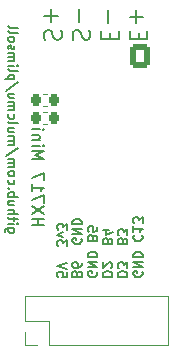
<source format=gbr>
%TF.GenerationSoftware,KiCad,Pcbnew,9.0.6*%
%TF.CreationDate,2025-12-29T21:28:49-05:00*%
%TF.ProjectId,plimsoll,706c696d-736f-46c6-9c2e-6b696361645f,rev?*%
%TF.SameCoordinates,Original*%
%TF.FileFunction,Legend,Bot*%
%TF.FilePolarity,Positive*%
%FSLAX46Y46*%
G04 Gerber Fmt 4.6, Leading zero omitted, Abs format (unit mm)*
G04 Created by KiCad (PCBNEW 9.0.6) date 2025-12-29 21:28:49*
%MOMM*%
%LPD*%
G01*
G04 APERTURE LIST*
G04 Aperture macros list*
%AMRoundRect*
0 Rectangle with rounded corners*
0 $1 Rounding radius*
0 $2 $3 $4 $5 $6 $7 $8 $9 X,Y pos of 4 corners*
0 Add a 4 corners polygon primitive as box body*
4,1,4,$2,$3,$4,$5,$6,$7,$8,$9,$2,$3,0*
0 Add four circle primitives for the rounded corners*
1,1,$1+$1,$2,$3*
1,1,$1+$1,$4,$5*
1,1,$1+$1,$6,$7*
1,1,$1+$1,$8,$9*
0 Add four rect primitives between the rounded corners*
20,1,$1+$1,$2,$3,$4,$5,0*
20,1,$1+$1,$4,$5,$6,$7,0*
20,1,$1+$1,$6,$7,$8,$9,0*
20,1,$1+$1,$8,$9,$2,$3,0*%
G04 Aperture macros list end*
%ADD10C,0.187500*%
%ADD11C,0.150000*%
%ADD12C,0.200000*%
%ADD13C,0.160000*%
%ADD14C,0.120000*%
%ADD15RoundRect,0.250000X0.600000X0.725000X-0.600000X0.725000X-0.600000X-0.725000X0.600000X-0.725000X0*%
%ADD16O,1.700000X1.950000*%
%ADD17C,3.200000*%
%ADD18RoundRect,0.225000X-0.225000X-0.250000X0.225000X-0.250000X0.225000X0.250000X-0.225000X0.250000X0*%
%ADD19R,1.350000X1.350000*%
%ADD20C,1.350000*%
G04 APERTURE END LIST*
D10*
X38073783Y-22669502D02*
X38073783Y-22169502D01*
X37288069Y-21955216D02*
X37288069Y-22669502D01*
X37288069Y-22669502D02*
X38788069Y-22669502D01*
X38788069Y-22669502D02*
X38788069Y-21955216D01*
X37859498Y-21312359D02*
X37859498Y-20169502D01*
X37288069Y-20740930D02*
X38430926Y-20740930D01*
X35658867Y-22669502D02*
X35658867Y-22169502D01*
X34873153Y-21955216D02*
X34873153Y-22669502D01*
X34873153Y-22669502D02*
X36373153Y-22669502D01*
X36373153Y-22669502D02*
X36373153Y-21955216D01*
X35444582Y-21312359D02*
X35444582Y-20169502D01*
X32529666Y-22740930D02*
X32458237Y-22526645D01*
X32458237Y-22526645D02*
X32458237Y-22169502D01*
X32458237Y-22169502D02*
X32529666Y-22026645D01*
X32529666Y-22026645D02*
X32601094Y-21955216D01*
X32601094Y-21955216D02*
X32743951Y-21883787D01*
X32743951Y-21883787D02*
X32886808Y-21883787D01*
X32886808Y-21883787D02*
X33029666Y-21955216D01*
X33029666Y-21955216D02*
X33101094Y-22026645D01*
X33101094Y-22026645D02*
X33172523Y-22169502D01*
X33172523Y-22169502D02*
X33243951Y-22455216D01*
X33243951Y-22455216D02*
X33315380Y-22598073D01*
X33315380Y-22598073D02*
X33386808Y-22669502D01*
X33386808Y-22669502D02*
X33529666Y-22740930D01*
X33529666Y-22740930D02*
X33672523Y-22740930D01*
X33672523Y-22740930D02*
X33815380Y-22669502D01*
X33815380Y-22669502D02*
X33886808Y-22598073D01*
X33886808Y-22598073D02*
X33958237Y-22455216D01*
X33958237Y-22455216D02*
X33958237Y-22098073D01*
X33958237Y-22098073D02*
X33886808Y-21883787D01*
X33029666Y-21240931D02*
X33029666Y-20098074D01*
X30114750Y-22740930D02*
X30043321Y-22526645D01*
X30043321Y-22526645D02*
X30043321Y-22169502D01*
X30043321Y-22169502D02*
X30114750Y-22026645D01*
X30114750Y-22026645D02*
X30186178Y-21955216D01*
X30186178Y-21955216D02*
X30329035Y-21883787D01*
X30329035Y-21883787D02*
X30471892Y-21883787D01*
X30471892Y-21883787D02*
X30614750Y-21955216D01*
X30614750Y-21955216D02*
X30686178Y-22026645D01*
X30686178Y-22026645D02*
X30757607Y-22169502D01*
X30757607Y-22169502D02*
X30829035Y-22455216D01*
X30829035Y-22455216D02*
X30900464Y-22598073D01*
X30900464Y-22598073D02*
X30971892Y-22669502D01*
X30971892Y-22669502D02*
X31114750Y-22740930D01*
X31114750Y-22740930D02*
X31257607Y-22740930D01*
X31257607Y-22740930D02*
X31400464Y-22669502D01*
X31400464Y-22669502D02*
X31471892Y-22598073D01*
X31471892Y-22598073D02*
X31543321Y-22455216D01*
X31543321Y-22455216D02*
X31543321Y-22098073D01*
X31543321Y-22098073D02*
X31471892Y-21883787D01*
X30614750Y-21240931D02*
X30614750Y-20098074D01*
X30043321Y-20669502D02*
X31186178Y-20669502D01*
D11*
X27539038Y-38667982D02*
X26891419Y-38667982D01*
X26891419Y-38667982D02*
X26815228Y-38706077D01*
X26815228Y-38706077D02*
X26777133Y-38744173D01*
X26777133Y-38744173D02*
X26739038Y-38820363D01*
X26739038Y-38820363D02*
X26739038Y-38934649D01*
X26739038Y-38934649D02*
X26777133Y-39010839D01*
X27043800Y-38667982D02*
X27005704Y-38744173D01*
X27005704Y-38744173D02*
X27005704Y-38896554D01*
X27005704Y-38896554D02*
X27043800Y-38972744D01*
X27043800Y-38972744D02*
X27081895Y-39010839D01*
X27081895Y-39010839D02*
X27158085Y-39048935D01*
X27158085Y-39048935D02*
X27386657Y-39048935D01*
X27386657Y-39048935D02*
X27462847Y-39010839D01*
X27462847Y-39010839D02*
X27500942Y-38972744D01*
X27500942Y-38972744D02*
X27539038Y-38896554D01*
X27539038Y-38896554D02*
X27539038Y-38744173D01*
X27539038Y-38744173D02*
X27500942Y-38667982D01*
X27005704Y-38287029D02*
X27539038Y-38287029D01*
X27805704Y-38287029D02*
X27767609Y-38325125D01*
X27767609Y-38325125D02*
X27729514Y-38287029D01*
X27729514Y-38287029D02*
X27767609Y-38248934D01*
X27767609Y-38248934D02*
X27805704Y-38287029D01*
X27805704Y-38287029D02*
X27729514Y-38287029D01*
X27539038Y-38020363D02*
X27539038Y-37715601D01*
X27805704Y-37906077D02*
X27119990Y-37906077D01*
X27119990Y-37906077D02*
X27043800Y-37867982D01*
X27043800Y-37867982D02*
X27005704Y-37791792D01*
X27005704Y-37791792D02*
X27005704Y-37715601D01*
X27005704Y-37448934D02*
X27805704Y-37448934D01*
X27005704Y-37106077D02*
X27424752Y-37106077D01*
X27424752Y-37106077D02*
X27500942Y-37144172D01*
X27500942Y-37144172D02*
X27539038Y-37220363D01*
X27539038Y-37220363D02*
X27539038Y-37334649D01*
X27539038Y-37334649D02*
X27500942Y-37410839D01*
X27500942Y-37410839D02*
X27462847Y-37448934D01*
X27539038Y-36382267D02*
X27005704Y-36382267D01*
X27539038Y-36725124D02*
X27119990Y-36725124D01*
X27119990Y-36725124D02*
X27043800Y-36687029D01*
X27043800Y-36687029D02*
X27005704Y-36610839D01*
X27005704Y-36610839D02*
X27005704Y-36496553D01*
X27005704Y-36496553D02*
X27043800Y-36420362D01*
X27043800Y-36420362D02*
X27081895Y-36382267D01*
X27005704Y-36001314D02*
X27805704Y-36001314D01*
X27500942Y-36001314D02*
X27539038Y-35925124D01*
X27539038Y-35925124D02*
X27539038Y-35772743D01*
X27539038Y-35772743D02*
X27500942Y-35696552D01*
X27500942Y-35696552D02*
X27462847Y-35658457D01*
X27462847Y-35658457D02*
X27386657Y-35620362D01*
X27386657Y-35620362D02*
X27158085Y-35620362D01*
X27158085Y-35620362D02*
X27081895Y-35658457D01*
X27081895Y-35658457D02*
X27043800Y-35696552D01*
X27043800Y-35696552D02*
X27005704Y-35772743D01*
X27005704Y-35772743D02*
X27005704Y-35925124D01*
X27005704Y-35925124D02*
X27043800Y-36001314D01*
X27081895Y-35277504D02*
X27043800Y-35239409D01*
X27043800Y-35239409D02*
X27005704Y-35277504D01*
X27005704Y-35277504D02*
X27043800Y-35315600D01*
X27043800Y-35315600D02*
X27081895Y-35277504D01*
X27081895Y-35277504D02*
X27005704Y-35277504D01*
X27043800Y-34553695D02*
X27005704Y-34629886D01*
X27005704Y-34629886D02*
X27005704Y-34782267D01*
X27005704Y-34782267D02*
X27043800Y-34858457D01*
X27043800Y-34858457D02*
X27081895Y-34896552D01*
X27081895Y-34896552D02*
X27158085Y-34934648D01*
X27158085Y-34934648D02*
X27386657Y-34934648D01*
X27386657Y-34934648D02*
X27462847Y-34896552D01*
X27462847Y-34896552D02*
X27500942Y-34858457D01*
X27500942Y-34858457D02*
X27539038Y-34782267D01*
X27539038Y-34782267D02*
X27539038Y-34629886D01*
X27539038Y-34629886D02*
X27500942Y-34553695D01*
X27005704Y-34096553D02*
X27043800Y-34172743D01*
X27043800Y-34172743D02*
X27081895Y-34210838D01*
X27081895Y-34210838D02*
X27158085Y-34248934D01*
X27158085Y-34248934D02*
X27386657Y-34248934D01*
X27386657Y-34248934D02*
X27462847Y-34210838D01*
X27462847Y-34210838D02*
X27500942Y-34172743D01*
X27500942Y-34172743D02*
X27539038Y-34096553D01*
X27539038Y-34096553D02*
X27539038Y-33982267D01*
X27539038Y-33982267D02*
X27500942Y-33906076D01*
X27500942Y-33906076D02*
X27462847Y-33867981D01*
X27462847Y-33867981D02*
X27386657Y-33829886D01*
X27386657Y-33829886D02*
X27158085Y-33829886D01*
X27158085Y-33829886D02*
X27081895Y-33867981D01*
X27081895Y-33867981D02*
X27043800Y-33906076D01*
X27043800Y-33906076D02*
X27005704Y-33982267D01*
X27005704Y-33982267D02*
X27005704Y-34096553D01*
X27005704Y-33487028D02*
X27539038Y-33487028D01*
X27462847Y-33487028D02*
X27500942Y-33448933D01*
X27500942Y-33448933D02*
X27539038Y-33372743D01*
X27539038Y-33372743D02*
X27539038Y-33258457D01*
X27539038Y-33258457D02*
X27500942Y-33182266D01*
X27500942Y-33182266D02*
X27424752Y-33144171D01*
X27424752Y-33144171D02*
X27005704Y-33144171D01*
X27424752Y-33144171D02*
X27500942Y-33106076D01*
X27500942Y-33106076D02*
X27539038Y-33029885D01*
X27539038Y-33029885D02*
X27539038Y-32915600D01*
X27539038Y-32915600D02*
X27500942Y-32839409D01*
X27500942Y-32839409D02*
X27424752Y-32801314D01*
X27424752Y-32801314D02*
X27005704Y-32801314D01*
X27843800Y-31848933D02*
X26815228Y-32534647D01*
X27005704Y-31582266D02*
X27539038Y-31582266D01*
X27462847Y-31582266D02*
X27500942Y-31544171D01*
X27500942Y-31544171D02*
X27539038Y-31467981D01*
X27539038Y-31467981D02*
X27539038Y-31353695D01*
X27539038Y-31353695D02*
X27500942Y-31277504D01*
X27500942Y-31277504D02*
X27424752Y-31239409D01*
X27424752Y-31239409D02*
X27005704Y-31239409D01*
X27424752Y-31239409D02*
X27500942Y-31201314D01*
X27500942Y-31201314D02*
X27539038Y-31125123D01*
X27539038Y-31125123D02*
X27539038Y-31010838D01*
X27539038Y-31010838D02*
X27500942Y-30934647D01*
X27500942Y-30934647D02*
X27424752Y-30896552D01*
X27424752Y-30896552D02*
X27005704Y-30896552D01*
X27539038Y-30172742D02*
X27005704Y-30172742D01*
X27539038Y-30515599D02*
X27119990Y-30515599D01*
X27119990Y-30515599D02*
X27043800Y-30477504D01*
X27043800Y-30477504D02*
X27005704Y-30401314D01*
X27005704Y-30401314D02*
X27005704Y-30287028D01*
X27005704Y-30287028D02*
X27043800Y-30210837D01*
X27043800Y-30210837D02*
X27081895Y-30172742D01*
X27005704Y-29677504D02*
X27043800Y-29753694D01*
X27043800Y-29753694D02*
X27119990Y-29791789D01*
X27119990Y-29791789D02*
X27805704Y-29791789D01*
X27043800Y-29029884D02*
X27005704Y-29106075D01*
X27005704Y-29106075D02*
X27005704Y-29258456D01*
X27005704Y-29258456D02*
X27043800Y-29334646D01*
X27043800Y-29334646D02*
X27081895Y-29372741D01*
X27081895Y-29372741D02*
X27158085Y-29410837D01*
X27158085Y-29410837D02*
X27386657Y-29410837D01*
X27386657Y-29410837D02*
X27462847Y-29372741D01*
X27462847Y-29372741D02*
X27500942Y-29334646D01*
X27500942Y-29334646D02*
X27539038Y-29258456D01*
X27539038Y-29258456D02*
X27539038Y-29106075D01*
X27539038Y-29106075D02*
X27500942Y-29029884D01*
X27005704Y-28687027D02*
X27539038Y-28687027D01*
X27462847Y-28687027D02*
X27500942Y-28648932D01*
X27500942Y-28648932D02*
X27539038Y-28572742D01*
X27539038Y-28572742D02*
X27539038Y-28458456D01*
X27539038Y-28458456D02*
X27500942Y-28382265D01*
X27500942Y-28382265D02*
X27424752Y-28344170D01*
X27424752Y-28344170D02*
X27005704Y-28344170D01*
X27424752Y-28344170D02*
X27500942Y-28306075D01*
X27500942Y-28306075D02*
X27539038Y-28229884D01*
X27539038Y-28229884D02*
X27539038Y-28115599D01*
X27539038Y-28115599D02*
X27500942Y-28039408D01*
X27500942Y-28039408D02*
X27424752Y-28001313D01*
X27424752Y-28001313D02*
X27005704Y-28001313D01*
X27539038Y-27277503D02*
X27005704Y-27277503D01*
X27539038Y-27620360D02*
X27119990Y-27620360D01*
X27119990Y-27620360D02*
X27043800Y-27582265D01*
X27043800Y-27582265D02*
X27005704Y-27506075D01*
X27005704Y-27506075D02*
X27005704Y-27391789D01*
X27005704Y-27391789D02*
X27043800Y-27315598D01*
X27043800Y-27315598D02*
X27081895Y-27277503D01*
X27843800Y-26325122D02*
X26815228Y-27010836D01*
X27539038Y-26058455D02*
X26739038Y-26058455D01*
X27500942Y-26058455D02*
X27539038Y-25982265D01*
X27539038Y-25982265D02*
X27539038Y-25829884D01*
X27539038Y-25829884D02*
X27500942Y-25753693D01*
X27500942Y-25753693D02*
X27462847Y-25715598D01*
X27462847Y-25715598D02*
X27386657Y-25677503D01*
X27386657Y-25677503D02*
X27158085Y-25677503D01*
X27158085Y-25677503D02*
X27081895Y-25715598D01*
X27081895Y-25715598D02*
X27043800Y-25753693D01*
X27043800Y-25753693D02*
X27005704Y-25829884D01*
X27005704Y-25829884D02*
X27005704Y-25982265D01*
X27005704Y-25982265D02*
X27043800Y-26058455D01*
X27005704Y-25220360D02*
X27043800Y-25296550D01*
X27043800Y-25296550D02*
X27119990Y-25334645D01*
X27119990Y-25334645D02*
X27805704Y-25334645D01*
X27005704Y-24915597D02*
X27539038Y-24915597D01*
X27805704Y-24915597D02*
X27767609Y-24953693D01*
X27767609Y-24953693D02*
X27729514Y-24915597D01*
X27729514Y-24915597D02*
X27767609Y-24877502D01*
X27767609Y-24877502D02*
X27805704Y-24915597D01*
X27805704Y-24915597D02*
X27729514Y-24915597D01*
X27005704Y-24534645D02*
X27539038Y-24534645D01*
X27462847Y-24534645D02*
X27500942Y-24496550D01*
X27500942Y-24496550D02*
X27539038Y-24420360D01*
X27539038Y-24420360D02*
X27539038Y-24306074D01*
X27539038Y-24306074D02*
X27500942Y-24229883D01*
X27500942Y-24229883D02*
X27424752Y-24191788D01*
X27424752Y-24191788D02*
X27005704Y-24191788D01*
X27424752Y-24191788D02*
X27500942Y-24153693D01*
X27500942Y-24153693D02*
X27539038Y-24077502D01*
X27539038Y-24077502D02*
X27539038Y-23963217D01*
X27539038Y-23963217D02*
X27500942Y-23887026D01*
X27500942Y-23887026D02*
X27424752Y-23848931D01*
X27424752Y-23848931D02*
X27005704Y-23848931D01*
X27043800Y-23506074D02*
X27005704Y-23429883D01*
X27005704Y-23429883D02*
X27005704Y-23277502D01*
X27005704Y-23277502D02*
X27043800Y-23201312D01*
X27043800Y-23201312D02*
X27119990Y-23163216D01*
X27119990Y-23163216D02*
X27158085Y-23163216D01*
X27158085Y-23163216D02*
X27234276Y-23201312D01*
X27234276Y-23201312D02*
X27272371Y-23277502D01*
X27272371Y-23277502D02*
X27272371Y-23391788D01*
X27272371Y-23391788D02*
X27310466Y-23467978D01*
X27310466Y-23467978D02*
X27386657Y-23506074D01*
X27386657Y-23506074D02*
X27424752Y-23506074D01*
X27424752Y-23506074D02*
X27500942Y-23467978D01*
X27500942Y-23467978D02*
X27539038Y-23391788D01*
X27539038Y-23391788D02*
X27539038Y-23277502D01*
X27539038Y-23277502D02*
X27500942Y-23201312D01*
X27005704Y-22706074D02*
X27043800Y-22782264D01*
X27043800Y-22782264D02*
X27081895Y-22820359D01*
X27081895Y-22820359D02*
X27158085Y-22858455D01*
X27158085Y-22858455D02*
X27386657Y-22858455D01*
X27386657Y-22858455D02*
X27462847Y-22820359D01*
X27462847Y-22820359D02*
X27500942Y-22782264D01*
X27500942Y-22782264D02*
X27539038Y-22706074D01*
X27539038Y-22706074D02*
X27539038Y-22591788D01*
X27539038Y-22591788D02*
X27500942Y-22515597D01*
X27500942Y-22515597D02*
X27462847Y-22477502D01*
X27462847Y-22477502D02*
X27386657Y-22439407D01*
X27386657Y-22439407D02*
X27158085Y-22439407D01*
X27158085Y-22439407D02*
X27081895Y-22477502D01*
X27081895Y-22477502D02*
X27043800Y-22515597D01*
X27043800Y-22515597D02*
X27005704Y-22591788D01*
X27005704Y-22591788D02*
X27005704Y-22706074D01*
X27005704Y-21982264D02*
X27043800Y-22058454D01*
X27043800Y-22058454D02*
X27119990Y-22096549D01*
X27119990Y-22096549D02*
X27805704Y-22096549D01*
X27005704Y-21563216D02*
X27043800Y-21639406D01*
X27043800Y-21639406D02*
X27119990Y-21677501D01*
X27119990Y-21677501D02*
X27805704Y-21677501D01*
D12*
X29032780Y-38430326D02*
X30032780Y-38430326D01*
X29556590Y-38430326D02*
X29556590Y-37858898D01*
X29032780Y-37858898D02*
X30032780Y-37858898D01*
X30032780Y-37477945D02*
X29032780Y-36811279D01*
X30032780Y-36811279D02*
X29032780Y-37477945D01*
X30032780Y-36525564D02*
X30032780Y-35858898D01*
X30032780Y-35858898D02*
X29032780Y-36287469D01*
X29032780Y-34954136D02*
X29032780Y-35525564D01*
X29032780Y-35239850D02*
X30032780Y-35239850D01*
X30032780Y-35239850D02*
X29889923Y-35335088D01*
X29889923Y-35335088D02*
X29794685Y-35430326D01*
X29794685Y-35430326D02*
X29747066Y-35525564D01*
X30032780Y-34620802D02*
X30032780Y-33954136D01*
X30032780Y-33954136D02*
X29032780Y-34382707D01*
X29032780Y-32811278D02*
X30032780Y-32811278D01*
X30032780Y-32811278D02*
X29318495Y-32477945D01*
X29318495Y-32477945D02*
X30032780Y-32144612D01*
X30032780Y-32144612D02*
X29032780Y-32144612D01*
X29032780Y-31668421D02*
X29699447Y-31668421D01*
X30032780Y-31668421D02*
X29985161Y-31716040D01*
X29985161Y-31716040D02*
X29937542Y-31668421D01*
X29937542Y-31668421D02*
X29985161Y-31620802D01*
X29985161Y-31620802D02*
X30032780Y-31668421D01*
X30032780Y-31668421D02*
X29937542Y-31668421D01*
X29699447Y-31192231D02*
X29032780Y-31192231D01*
X29604209Y-31192231D02*
X29651828Y-31144612D01*
X29651828Y-31144612D02*
X29699447Y-31049374D01*
X29699447Y-31049374D02*
X29699447Y-30906517D01*
X29699447Y-30906517D02*
X29651828Y-30811279D01*
X29651828Y-30811279D02*
X29556590Y-30763660D01*
X29556590Y-30763660D02*
X29032780Y-30763660D01*
X29032780Y-30287469D02*
X29699447Y-30287469D01*
X30032780Y-30287469D02*
X29985161Y-30335088D01*
X29985161Y-30335088D02*
X29937542Y-30287469D01*
X29937542Y-30287469D02*
X29985161Y-30239850D01*
X29985161Y-30239850D02*
X30032780Y-30287469D01*
X30032780Y-30287469D02*
X29937542Y-30287469D01*
D13*
X38357904Y-42335213D02*
X38395999Y-42411403D01*
X38395999Y-42411403D02*
X38395999Y-42525689D01*
X38395999Y-42525689D02*
X38357904Y-42639975D01*
X38357904Y-42639975D02*
X38281714Y-42716165D01*
X38281714Y-42716165D02*
X38205523Y-42754260D01*
X38205523Y-42754260D02*
X38053142Y-42792356D01*
X38053142Y-42792356D02*
X37938856Y-42792356D01*
X37938856Y-42792356D02*
X37786475Y-42754260D01*
X37786475Y-42754260D02*
X37710285Y-42716165D01*
X37710285Y-42716165D02*
X37634095Y-42639975D01*
X37634095Y-42639975D02*
X37595999Y-42525689D01*
X37595999Y-42525689D02*
X37595999Y-42449498D01*
X37595999Y-42449498D02*
X37634095Y-42335213D01*
X37634095Y-42335213D02*
X37672190Y-42297117D01*
X37672190Y-42297117D02*
X37938856Y-42297117D01*
X37938856Y-42297117D02*
X37938856Y-42449498D01*
X37595999Y-41954260D02*
X38395999Y-41954260D01*
X38395999Y-41954260D02*
X37595999Y-41497117D01*
X37595999Y-41497117D02*
X38395999Y-41497117D01*
X37595999Y-41116165D02*
X38395999Y-41116165D01*
X38395999Y-41116165D02*
X38395999Y-40925689D01*
X38395999Y-40925689D02*
X38357904Y-40811403D01*
X38357904Y-40811403D02*
X38281714Y-40735213D01*
X38281714Y-40735213D02*
X38205523Y-40697118D01*
X38205523Y-40697118D02*
X38053142Y-40659022D01*
X38053142Y-40659022D02*
X37938856Y-40659022D01*
X37938856Y-40659022D02*
X37786475Y-40697118D01*
X37786475Y-40697118D02*
X37710285Y-40735213D01*
X37710285Y-40735213D02*
X37634095Y-40811403D01*
X37634095Y-40811403D02*
X37595999Y-40925689D01*
X37595999Y-40925689D02*
X37595999Y-41116165D01*
X37672190Y-39249498D02*
X37634095Y-39287594D01*
X37634095Y-39287594D02*
X37595999Y-39401879D01*
X37595999Y-39401879D02*
X37595999Y-39478070D01*
X37595999Y-39478070D02*
X37634095Y-39592356D01*
X37634095Y-39592356D02*
X37710285Y-39668546D01*
X37710285Y-39668546D02*
X37786475Y-39706641D01*
X37786475Y-39706641D02*
X37938856Y-39744737D01*
X37938856Y-39744737D02*
X38053142Y-39744737D01*
X38053142Y-39744737D02*
X38205523Y-39706641D01*
X38205523Y-39706641D02*
X38281714Y-39668546D01*
X38281714Y-39668546D02*
X38357904Y-39592356D01*
X38357904Y-39592356D02*
X38395999Y-39478070D01*
X38395999Y-39478070D02*
X38395999Y-39401879D01*
X38395999Y-39401879D02*
X38357904Y-39287594D01*
X38357904Y-39287594D02*
X38319809Y-39249498D01*
X37595999Y-38487594D02*
X37595999Y-38944737D01*
X37595999Y-38716165D02*
X38395999Y-38716165D01*
X38395999Y-38716165D02*
X38281714Y-38792356D01*
X38281714Y-38792356D02*
X38205523Y-38868546D01*
X38205523Y-38868546D02*
X38167428Y-38944737D01*
X38395999Y-38220927D02*
X38395999Y-37725689D01*
X38395999Y-37725689D02*
X38091237Y-37992355D01*
X38091237Y-37992355D02*
X38091237Y-37878070D01*
X38091237Y-37878070D02*
X38053142Y-37801879D01*
X38053142Y-37801879D02*
X38015047Y-37763784D01*
X38015047Y-37763784D02*
X37938856Y-37725689D01*
X37938856Y-37725689D02*
X37748380Y-37725689D01*
X37748380Y-37725689D02*
X37672190Y-37763784D01*
X37672190Y-37763784D02*
X37634095Y-37801879D01*
X37634095Y-37801879D02*
X37595999Y-37878070D01*
X37595999Y-37878070D02*
X37595999Y-38106641D01*
X37595999Y-38106641D02*
X37634095Y-38182832D01*
X37634095Y-38182832D02*
X37672190Y-38220927D01*
X36308044Y-42754260D02*
X37108044Y-42754260D01*
X37108044Y-42754260D02*
X37108044Y-42563784D01*
X37108044Y-42563784D02*
X37069949Y-42449498D01*
X37069949Y-42449498D02*
X36993759Y-42373308D01*
X36993759Y-42373308D02*
X36917568Y-42335213D01*
X36917568Y-42335213D02*
X36765187Y-42297117D01*
X36765187Y-42297117D02*
X36650901Y-42297117D01*
X36650901Y-42297117D02*
X36498520Y-42335213D01*
X36498520Y-42335213D02*
X36422330Y-42373308D01*
X36422330Y-42373308D02*
X36346140Y-42449498D01*
X36346140Y-42449498D02*
X36308044Y-42563784D01*
X36308044Y-42563784D02*
X36308044Y-42754260D01*
X37108044Y-42030451D02*
X37108044Y-41535213D01*
X37108044Y-41535213D02*
X36803282Y-41801879D01*
X36803282Y-41801879D02*
X36803282Y-41687594D01*
X36803282Y-41687594D02*
X36765187Y-41611403D01*
X36765187Y-41611403D02*
X36727092Y-41573308D01*
X36727092Y-41573308D02*
X36650901Y-41535213D01*
X36650901Y-41535213D02*
X36460425Y-41535213D01*
X36460425Y-41535213D02*
X36384235Y-41573308D01*
X36384235Y-41573308D02*
X36346140Y-41611403D01*
X36346140Y-41611403D02*
X36308044Y-41687594D01*
X36308044Y-41687594D02*
X36308044Y-41916165D01*
X36308044Y-41916165D02*
X36346140Y-41992356D01*
X36346140Y-41992356D02*
X36384235Y-42030451D01*
X36727092Y-39706641D02*
X36688997Y-39592355D01*
X36688997Y-39592355D02*
X36650901Y-39554260D01*
X36650901Y-39554260D02*
X36574711Y-39516164D01*
X36574711Y-39516164D02*
X36460425Y-39516164D01*
X36460425Y-39516164D02*
X36384235Y-39554260D01*
X36384235Y-39554260D02*
X36346140Y-39592355D01*
X36346140Y-39592355D02*
X36308044Y-39668545D01*
X36308044Y-39668545D02*
X36308044Y-39973307D01*
X36308044Y-39973307D02*
X37108044Y-39973307D01*
X37108044Y-39973307D02*
X37108044Y-39706641D01*
X37108044Y-39706641D02*
X37069949Y-39630450D01*
X37069949Y-39630450D02*
X37031854Y-39592355D01*
X37031854Y-39592355D02*
X36955663Y-39554260D01*
X36955663Y-39554260D02*
X36879473Y-39554260D01*
X36879473Y-39554260D02*
X36803282Y-39592355D01*
X36803282Y-39592355D02*
X36765187Y-39630450D01*
X36765187Y-39630450D02*
X36727092Y-39706641D01*
X36727092Y-39706641D02*
X36727092Y-39973307D01*
X37108044Y-39249498D02*
X37108044Y-38754260D01*
X37108044Y-38754260D02*
X36803282Y-39020926D01*
X36803282Y-39020926D02*
X36803282Y-38906641D01*
X36803282Y-38906641D02*
X36765187Y-38830450D01*
X36765187Y-38830450D02*
X36727092Y-38792355D01*
X36727092Y-38792355D02*
X36650901Y-38754260D01*
X36650901Y-38754260D02*
X36460425Y-38754260D01*
X36460425Y-38754260D02*
X36384235Y-38792355D01*
X36384235Y-38792355D02*
X36346140Y-38830450D01*
X36346140Y-38830450D02*
X36308044Y-38906641D01*
X36308044Y-38906641D02*
X36308044Y-39135212D01*
X36308044Y-39135212D02*
X36346140Y-39211403D01*
X36346140Y-39211403D02*
X36384235Y-39249498D01*
X35020089Y-42754260D02*
X35820089Y-42754260D01*
X35820089Y-42754260D02*
X35820089Y-42563784D01*
X35820089Y-42563784D02*
X35781994Y-42449498D01*
X35781994Y-42449498D02*
X35705804Y-42373308D01*
X35705804Y-42373308D02*
X35629613Y-42335213D01*
X35629613Y-42335213D02*
X35477232Y-42297117D01*
X35477232Y-42297117D02*
X35362946Y-42297117D01*
X35362946Y-42297117D02*
X35210565Y-42335213D01*
X35210565Y-42335213D02*
X35134375Y-42373308D01*
X35134375Y-42373308D02*
X35058185Y-42449498D01*
X35058185Y-42449498D02*
X35020089Y-42563784D01*
X35020089Y-42563784D02*
X35020089Y-42754260D01*
X35743899Y-41992356D02*
X35781994Y-41954260D01*
X35781994Y-41954260D02*
X35820089Y-41878070D01*
X35820089Y-41878070D02*
X35820089Y-41687594D01*
X35820089Y-41687594D02*
X35781994Y-41611403D01*
X35781994Y-41611403D02*
X35743899Y-41573308D01*
X35743899Y-41573308D02*
X35667708Y-41535213D01*
X35667708Y-41535213D02*
X35591518Y-41535213D01*
X35591518Y-41535213D02*
X35477232Y-41573308D01*
X35477232Y-41573308D02*
X35020089Y-42030451D01*
X35020089Y-42030451D02*
X35020089Y-41535213D01*
X35439137Y-39706641D02*
X35401042Y-39592355D01*
X35401042Y-39592355D02*
X35362946Y-39554260D01*
X35362946Y-39554260D02*
X35286756Y-39516164D01*
X35286756Y-39516164D02*
X35172470Y-39516164D01*
X35172470Y-39516164D02*
X35096280Y-39554260D01*
X35096280Y-39554260D02*
X35058185Y-39592355D01*
X35058185Y-39592355D02*
X35020089Y-39668545D01*
X35020089Y-39668545D02*
X35020089Y-39973307D01*
X35020089Y-39973307D02*
X35820089Y-39973307D01*
X35820089Y-39973307D02*
X35820089Y-39706641D01*
X35820089Y-39706641D02*
X35781994Y-39630450D01*
X35781994Y-39630450D02*
X35743899Y-39592355D01*
X35743899Y-39592355D02*
X35667708Y-39554260D01*
X35667708Y-39554260D02*
X35591518Y-39554260D01*
X35591518Y-39554260D02*
X35515327Y-39592355D01*
X35515327Y-39592355D02*
X35477232Y-39630450D01*
X35477232Y-39630450D02*
X35439137Y-39706641D01*
X35439137Y-39706641D02*
X35439137Y-39973307D01*
X35553423Y-38830450D02*
X35020089Y-38830450D01*
X35858185Y-39020926D02*
X35286756Y-39211403D01*
X35286756Y-39211403D02*
X35286756Y-38716164D01*
X34494039Y-42335213D02*
X34532134Y-42411403D01*
X34532134Y-42411403D02*
X34532134Y-42525689D01*
X34532134Y-42525689D02*
X34494039Y-42639975D01*
X34494039Y-42639975D02*
X34417849Y-42716165D01*
X34417849Y-42716165D02*
X34341658Y-42754260D01*
X34341658Y-42754260D02*
X34189277Y-42792356D01*
X34189277Y-42792356D02*
X34074991Y-42792356D01*
X34074991Y-42792356D02*
X33922610Y-42754260D01*
X33922610Y-42754260D02*
X33846420Y-42716165D01*
X33846420Y-42716165D02*
X33770230Y-42639975D01*
X33770230Y-42639975D02*
X33732134Y-42525689D01*
X33732134Y-42525689D02*
X33732134Y-42449498D01*
X33732134Y-42449498D02*
X33770230Y-42335213D01*
X33770230Y-42335213D02*
X33808325Y-42297117D01*
X33808325Y-42297117D02*
X34074991Y-42297117D01*
X34074991Y-42297117D02*
X34074991Y-42449498D01*
X33732134Y-41954260D02*
X34532134Y-41954260D01*
X34532134Y-41954260D02*
X33732134Y-41497117D01*
X33732134Y-41497117D02*
X34532134Y-41497117D01*
X33732134Y-41116165D02*
X34532134Y-41116165D01*
X34532134Y-41116165D02*
X34532134Y-40925689D01*
X34532134Y-40925689D02*
X34494039Y-40811403D01*
X34494039Y-40811403D02*
X34417849Y-40735213D01*
X34417849Y-40735213D02*
X34341658Y-40697118D01*
X34341658Y-40697118D02*
X34189277Y-40659022D01*
X34189277Y-40659022D02*
X34074991Y-40659022D01*
X34074991Y-40659022D02*
X33922610Y-40697118D01*
X33922610Y-40697118D02*
X33846420Y-40735213D01*
X33846420Y-40735213D02*
X33770230Y-40811403D01*
X33770230Y-40811403D02*
X33732134Y-40925689D01*
X33732134Y-40925689D02*
X33732134Y-41116165D01*
X34151182Y-39439975D02*
X34113087Y-39325689D01*
X34113087Y-39325689D02*
X34074991Y-39287594D01*
X34074991Y-39287594D02*
X33998801Y-39249498D01*
X33998801Y-39249498D02*
X33884515Y-39249498D01*
X33884515Y-39249498D02*
X33808325Y-39287594D01*
X33808325Y-39287594D02*
X33770230Y-39325689D01*
X33770230Y-39325689D02*
X33732134Y-39401879D01*
X33732134Y-39401879D02*
X33732134Y-39706641D01*
X33732134Y-39706641D02*
X34532134Y-39706641D01*
X34532134Y-39706641D02*
X34532134Y-39439975D01*
X34532134Y-39439975D02*
X34494039Y-39363784D01*
X34494039Y-39363784D02*
X34455944Y-39325689D01*
X34455944Y-39325689D02*
X34379753Y-39287594D01*
X34379753Y-39287594D02*
X34303563Y-39287594D01*
X34303563Y-39287594D02*
X34227372Y-39325689D01*
X34227372Y-39325689D02*
X34189277Y-39363784D01*
X34189277Y-39363784D02*
X34151182Y-39439975D01*
X34151182Y-39439975D02*
X34151182Y-39706641D01*
X34532134Y-38525689D02*
X34532134Y-38906641D01*
X34532134Y-38906641D02*
X34151182Y-38944737D01*
X34151182Y-38944737D02*
X34189277Y-38906641D01*
X34189277Y-38906641D02*
X34227372Y-38830451D01*
X34227372Y-38830451D02*
X34227372Y-38639975D01*
X34227372Y-38639975D02*
X34189277Y-38563784D01*
X34189277Y-38563784D02*
X34151182Y-38525689D01*
X34151182Y-38525689D02*
X34074991Y-38487594D01*
X34074991Y-38487594D02*
X33884515Y-38487594D01*
X33884515Y-38487594D02*
X33808325Y-38525689D01*
X33808325Y-38525689D02*
X33770230Y-38563784D01*
X33770230Y-38563784D02*
X33732134Y-38639975D01*
X33732134Y-38639975D02*
X33732134Y-38830451D01*
X33732134Y-38830451D02*
X33770230Y-38906641D01*
X33770230Y-38906641D02*
X33808325Y-38944737D01*
X32863227Y-42487594D02*
X32825132Y-42373308D01*
X32825132Y-42373308D02*
X32787036Y-42335213D01*
X32787036Y-42335213D02*
X32710846Y-42297117D01*
X32710846Y-42297117D02*
X32596560Y-42297117D01*
X32596560Y-42297117D02*
X32520370Y-42335213D01*
X32520370Y-42335213D02*
X32482275Y-42373308D01*
X32482275Y-42373308D02*
X32444179Y-42449498D01*
X32444179Y-42449498D02*
X32444179Y-42754260D01*
X32444179Y-42754260D02*
X33244179Y-42754260D01*
X33244179Y-42754260D02*
X33244179Y-42487594D01*
X33244179Y-42487594D02*
X33206084Y-42411403D01*
X33206084Y-42411403D02*
X33167989Y-42373308D01*
X33167989Y-42373308D02*
X33091798Y-42335213D01*
X33091798Y-42335213D02*
X33015608Y-42335213D01*
X33015608Y-42335213D02*
X32939417Y-42373308D01*
X32939417Y-42373308D02*
X32901322Y-42411403D01*
X32901322Y-42411403D02*
X32863227Y-42487594D01*
X32863227Y-42487594D02*
X32863227Y-42754260D01*
X33244179Y-41611403D02*
X33244179Y-41763784D01*
X33244179Y-41763784D02*
X33206084Y-41839975D01*
X33206084Y-41839975D02*
X33167989Y-41878070D01*
X33167989Y-41878070D02*
X33053703Y-41954260D01*
X33053703Y-41954260D02*
X32901322Y-41992356D01*
X32901322Y-41992356D02*
X32596560Y-41992356D01*
X32596560Y-41992356D02*
X32520370Y-41954260D01*
X32520370Y-41954260D02*
X32482275Y-41916165D01*
X32482275Y-41916165D02*
X32444179Y-41839975D01*
X32444179Y-41839975D02*
X32444179Y-41687594D01*
X32444179Y-41687594D02*
X32482275Y-41611403D01*
X32482275Y-41611403D02*
X32520370Y-41573308D01*
X32520370Y-41573308D02*
X32596560Y-41535213D01*
X32596560Y-41535213D02*
X32787036Y-41535213D01*
X32787036Y-41535213D02*
X32863227Y-41573308D01*
X32863227Y-41573308D02*
X32901322Y-41611403D01*
X32901322Y-41611403D02*
X32939417Y-41687594D01*
X32939417Y-41687594D02*
X32939417Y-41839975D01*
X32939417Y-41839975D02*
X32901322Y-41916165D01*
X32901322Y-41916165D02*
X32863227Y-41954260D01*
X32863227Y-41954260D02*
X32787036Y-41992356D01*
X33206084Y-39554260D02*
X33244179Y-39630450D01*
X33244179Y-39630450D02*
X33244179Y-39744736D01*
X33244179Y-39744736D02*
X33206084Y-39859022D01*
X33206084Y-39859022D02*
X33129894Y-39935212D01*
X33129894Y-39935212D02*
X33053703Y-39973307D01*
X33053703Y-39973307D02*
X32901322Y-40011403D01*
X32901322Y-40011403D02*
X32787036Y-40011403D01*
X32787036Y-40011403D02*
X32634655Y-39973307D01*
X32634655Y-39973307D02*
X32558465Y-39935212D01*
X32558465Y-39935212D02*
X32482275Y-39859022D01*
X32482275Y-39859022D02*
X32444179Y-39744736D01*
X32444179Y-39744736D02*
X32444179Y-39668545D01*
X32444179Y-39668545D02*
X32482275Y-39554260D01*
X32482275Y-39554260D02*
X32520370Y-39516164D01*
X32520370Y-39516164D02*
X32787036Y-39516164D01*
X32787036Y-39516164D02*
X32787036Y-39668545D01*
X32444179Y-39173307D02*
X33244179Y-39173307D01*
X33244179Y-39173307D02*
X32444179Y-38716164D01*
X32444179Y-38716164D02*
X33244179Y-38716164D01*
X32444179Y-38335212D02*
X33244179Y-38335212D01*
X33244179Y-38335212D02*
X33244179Y-38144736D01*
X33244179Y-38144736D02*
X33206084Y-38030450D01*
X33206084Y-38030450D02*
X33129894Y-37954260D01*
X33129894Y-37954260D02*
X33053703Y-37916165D01*
X33053703Y-37916165D02*
X32901322Y-37878069D01*
X32901322Y-37878069D02*
X32787036Y-37878069D01*
X32787036Y-37878069D02*
X32634655Y-37916165D01*
X32634655Y-37916165D02*
X32558465Y-37954260D01*
X32558465Y-37954260D02*
X32482275Y-38030450D01*
X32482275Y-38030450D02*
X32444179Y-38144736D01*
X32444179Y-38144736D02*
X32444179Y-38335212D01*
X31956224Y-42373308D02*
X31956224Y-42754260D01*
X31956224Y-42754260D02*
X31575272Y-42792356D01*
X31575272Y-42792356D02*
X31613367Y-42754260D01*
X31613367Y-42754260D02*
X31651462Y-42678070D01*
X31651462Y-42678070D02*
X31651462Y-42487594D01*
X31651462Y-42487594D02*
X31613367Y-42411403D01*
X31613367Y-42411403D02*
X31575272Y-42373308D01*
X31575272Y-42373308D02*
X31499081Y-42335213D01*
X31499081Y-42335213D02*
X31308605Y-42335213D01*
X31308605Y-42335213D02*
X31232415Y-42373308D01*
X31232415Y-42373308D02*
X31194320Y-42411403D01*
X31194320Y-42411403D02*
X31156224Y-42487594D01*
X31156224Y-42487594D02*
X31156224Y-42678070D01*
X31156224Y-42678070D02*
X31194320Y-42754260D01*
X31194320Y-42754260D02*
X31232415Y-42792356D01*
X31956224Y-42106641D02*
X31156224Y-41839974D01*
X31156224Y-41839974D02*
X31956224Y-41573308D01*
X31956224Y-40163784D02*
X31956224Y-39668546D01*
X31956224Y-39668546D02*
X31651462Y-39935212D01*
X31651462Y-39935212D02*
X31651462Y-39820927D01*
X31651462Y-39820927D02*
X31613367Y-39744736D01*
X31613367Y-39744736D02*
X31575272Y-39706641D01*
X31575272Y-39706641D02*
X31499081Y-39668546D01*
X31499081Y-39668546D02*
X31308605Y-39668546D01*
X31308605Y-39668546D02*
X31232415Y-39706641D01*
X31232415Y-39706641D02*
X31194320Y-39744736D01*
X31194320Y-39744736D02*
X31156224Y-39820927D01*
X31156224Y-39820927D02*
X31156224Y-40049498D01*
X31156224Y-40049498D02*
X31194320Y-40125689D01*
X31194320Y-40125689D02*
X31232415Y-40163784D01*
X31689558Y-39401879D02*
X31156224Y-39211403D01*
X31156224Y-39211403D02*
X31689558Y-39020926D01*
X31956224Y-38792355D02*
X31956224Y-38297117D01*
X31956224Y-38297117D02*
X31651462Y-38563783D01*
X31651462Y-38563783D02*
X31651462Y-38449498D01*
X31651462Y-38449498D02*
X31613367Y-38373307D01*
X31613367Y-38373307D02*
X31575272Y-38335212D01*
X31575272Y-38335212D02*
X31499081Y-38297117D01*
X31499081Y-38297117D02*
X31308605Y-38297117D01*
X31308605Y-38297117D02*
X31232415Y-38335212D01*
X31232415Y-38335212D02*
X31194320Y-38373307D01*
X31194320Y-38373307D02*
X31156224Y-38449498D01*
X31156224Y-38449498D02*
X31156224Y-38678069D01*
X31156224Y-38678069D02*
X31194320Y-38754260D01*
X31194320Y-38754260D02*
X31232415Y-38792355D01*
D14*
%TO.C,C2*%
X29984420Y-28840000D02*
X30265580Y-28840000D01*
X29984420Y-29860000D02*
X30265580Y-29860000D01*
%TO.C,J1*%
X28420000Y-44420000D02*
X28420000Y-46480000D01*
X28420000Y-44420000D02*
X40540000Y-44420000D01*
X28420000Y-46480000D02*
X30480000Y-46480000D01*
X28420000Y-47480000D02*
X28420000Y-48540000D01*
X28420000Y-48540000D02*
X29480000Y-48540000D01*
X30480000Y-46480000D02*
X30480000Y-48540000D01*
X30480000Y-48540000D02*
X40540000Y-48540000D01*
X40540000Y-44420000D02*
X40540000Y-48540000D01*
%TO.C,C1*%
X29984420Y-27290000D02*
X30265580Y-27290000D01*
X29984420Y-28310000D02*
X30265580Y-28310000D01*
%TD*%
%LPC*%
D15*
%TO.C,J3*%
X38200000Y-24060000D03*
D16*
X35700000Y-24060000D03*
X33200000Y-24060000D03*
X30700000Y-24060000D03*
%TD*%
D17*
%TO.C,H1*%
X36600000Y-31839706D03*
%TD*%
D18*
%TO.C,C2*%
X29350000Y-29350000D03*
X30900000Y-29350000D03*
%TD*%
D19*
%TO.C,J1*%
X29480000Y-47480000D03*
D20*
X29480000Y-45480000D03*
X31480000Y-47480000D03*
X31480000Y-45480000D03*
X33480000Y-47480000D03*
X33480000Y-45480000D03*
X35480000Y-47480000D03*
X35480000Y-45480000D03*
X37480000Y-47480000D03*
X37480000Y-45480000D03*
X39480000Y-47480000D03*
X39480000Y-45480000D03*
%TD*%
D18*
%TO.C,C1*%
X29350000Y-27800000D03*
X30900000Y-27800000D03*
%TD*%
%LPD*%
M02*

</source>
